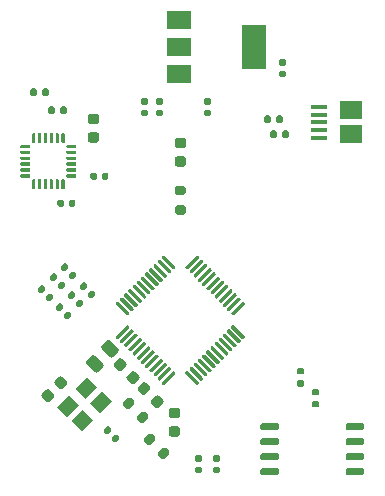
<source format=gbr>
%TF.GenerationSoftware,KiCad,Pcbnew,(5.1.8)-1*%
%TF.CreationDate,2021-05-13T19:04:10-07:00*%
%TF.ProjectId,Astromech3.0,41737472-6f6d-4656-9368-332e302e6b69,rev?*%
%TF.SameCoordinates,Original*%
%TF.FileFunction,Paste,Top*%
%TF.FilePolarity,Positive*%
%FSLAX46Y46*%
G04 Gerber Fmt 4.6, Leading zero omitted, Abs format (unit mm)*
G04 Created by KiCad (PCBNEW (5.1.8)-1) date 2021-05-13 19:04:10*
%MOMM*%
%LPD*%
G01*
G04 APERTURE LIST*
%ADD10R,1.900000X1.500000*%
%ADD11R,1.350000X0.400000*%
%ADD12R,2.000000X3.800000*%
%ADD13R,2.000000X1.500000*%
%ADD14C,0.100000*%
G04 APERTURE END LIST*
%TO.C,R4*%
G36*
G01*
X155180000Y-62161000D02*
X155180000Y-61791000D01*
G75*
G02*
X155315000Y-61656000I135000J0D01*
G01*
X155585000Y-61656000D01*
G75*
G02*
X155720000Y-61791000I0J-135000D01*
G01*
X155720000Y-62161000D01*
G75*
G02*
X155585000Y-62296000I-135000J0D01*
G01*
X155315000Y-62296000D01*
G75*
G02*
X155180000Y-62161000I0J135000D01*
G01*
G37*
G36*
G01*
X154160000Y-62161000D02*
X154160000Y-61791000D01*
G75*
G02*
X154295000Y-61656000I135000J0D01*
G01*
X154565000Y-61656000D01*
G75*
G02*
X154700000Y-61791000I0J-135000D01*
G01*
X154700000Y-62161000D01*
G75*
G02*
X154565000Y-62296000I-135000J0D01*
G01*
X154295000Y-62296000D01*
G75*
G02*
X154160000Y-62161000I0J135000D01*
G01*
G37*
%TD*%
%TO.C,C15*%
G36*
G01*
X157026000Y-71204000D02*
X157026000Y-71544000D01*
G75*
G02*
X156886000Y-71684000I-140000J0D01*
G01*
X156606000Y-71684000D01*
G75*
G02*
X156466000Y-71544000I0J140000D01*
G01*
X156466000Y-71204000D01*
G75*
G02*
X156606000Y-71064000I140000J0D01*
G01*
X156886000Y-71064000D01*
G75*
G02*
X157026000Y-71204000I0J-140000D01*
G01*
G37*
G36*
G01*
X157986000Y-71204000D02*
X157986000Y-71544000D01*
G75*
G02*
X157846000Y-71684000I-140000J0D01*
G01*
X157566000Y-71684000D01*
G75*
G02*
X157426000Y-71544000I0J140000D01*
G01*
X157426000Y-71204000D01*
G75*
G02*
X157566000Y-71064000I140000J0D01*
G01*
X157846000Y-71064000D01*
G75*
G02*
X157986000Y-71204000I0J-140000D01*
G01*
G37*
%TD*%
%TO.C,R6*%
G36*
G01*
X167153000Y-72345000D02*
X166603000Y-72345000D01*
G75*
G02*
X166403000Y-72145000I0J200000D01*
G01*
X166403000Y-71745000D01*
G75*
G02*
X166603000Y-71545000I200000J0D01*
G01*
X167153000Y-71545000D01*
G75*
G02*
X167353000Y-71745000I0J-200000D01*
G01*
X167353000Y-72145000D01*
G75*
G02*
X167153000Y-72345000I-200000J0D01*
G01*
G37*
G36*
G01*
X167153000Y-70695000D02*
X166603000Y-70695000D01*
G75*
G02*
X166403000Y-70495000I0J200000D01*
G01*
X166403000Y-70095000D01*
G75*
G02*
X166603000Y-69895000I200000J0D01*
G01*
X167153000Y-69895000D01*
G75*
G02*
X167353000Y-70095000I0J-200000D01*
G01*
X167353000Y-70495000D01*
G75*
G02*
X167153000Y-70695000I-200000J0D01*
G01*
G37*
%TD*%
%TO.C,C13*%
G36*
G01*
X159820000Y-68918000D02*
X159820000Y-69258000D01*
G75*
G02*
X159680000Y-69398000I-140000J0D01*
G01*
X159400000Y-69398000D01*
G75*
G02*
X159260000Y-69258000I0J140000D01*
G01*
X159260000Y-68918000D01*
G75*
G02*
X159400000Y-68778000I140000J0D01*
G01*
X159680000Y-68778000D01*
G75*
G02*
X159820000Y-68918000I0J-140000D01*
G01*
G37*
G36*
G01*
X160780000Y-68918000D02*
X160780000Y-69258000D01*
G75*
G02*
X160640000Y-69398000I-140000J0D01*
G01*
X160360000Y-69398000D01*
G75*
G02*
X160220000Y-69258000I0J140000D01*
G01*
X160220000Y-68918000D01*
G75*
G02*
X160360000Y-68778000I140000J0D01*
G01*
X160640000Y-68778000D01*
G75*
G02*
X160780000Y-68918000I0J-140000D01*
G01*
G37*
%TD*%
%TO.C,C19*%
G36*
G01*
X170096000Y-93272000D02*
X169756000Y-93272000D01*
G75*
G02*
X169616000Y-93132000I0J140000D01*
G01*
X169616000Y-92852000D01*
G75*
G02*
X169756000Y-92712000I140000J0D01*
G01*
X170096000Y-92712000D01*
G75*
G02*
X170236000Y-92852000I0J-140000D01*
G01*
X170236000Y-93132000D01*
G75*
G02*
X170096000Y-93272000I-140000J0D01*
G01*
G37*
G36*
G01*
X170096000Y-94232000D02*
X169756000Y-94232000D01*
G75*
G02*
X169616000Y-94092000I0J140000D01*
G01*
X169616000Y-93812000D01*
G75*
G02*
X169756000Y-93672000I140000J0D01*
G01*
X170096000Y-93672000D01*
G75*
G02*
X170236000Y-93812000I0J-140000D01*
G01*
X170236000Y-94092000D01*
G75*
G02*
X170096000Y-94232000I-140000J0D01*
G01*
G37*
%TD*%
%TO.C,C18*%
G36*
G01*
X168572000Y-93272000D02*
X168232000Y-93272000D01*
G75*
G02*
X168092000Y-93132000I0J140000D01*
G01*
X168092000Y-92852000D01*
G75*
G02*
X168232000Y-92712000I140000J0D01*
G01*
X168572000Y-92712000D01*
G75*
G02*
X168712000Y-92852000I0J-140000D01*
G01*
X168712000Y-93132000D01*
G75*
G02*
X168572000Y-93272000I-140000J0D01*
G01*
G37*
G36*
G01*
X168572000Y-94232000D02*
X168232000Y-94232000D01*
G75*
G02*
X168092000Y-94092000I0J140000D01*
G01*
X168092000Y-93812000D01*
G75*
G02*
X168232000Y-93672000I140000J0D01*
G01*
X168572000Y-93672000D01*
G75*
G02*
X168712000Y-93812000I0J-140000D01*
G01*
X168712000Y-94092000D01*
G75*
G02*
X168572000Y-94232000I-140000J0D01*
G01*
G37*
%TD*%
%TO.C,C12*%
G36*
G01*
X175684000Y-59744000D02*
X175344000Y-59744000D01*
G75*
G02*
X175204000Y-59604000I0J140000D01*
G01*
X175204000Y-59324000D01*
G75*
G02*
X175344000Y-59184000I140000J0D01*
G01*
X175684000Y-59184000D01*
G75*
G02*
X175824000Y-59324000I0J-140000D01*
G01*
X175824000Y-59604000D01*
G75*
G02*
X175684000Y-59744000I-140000J0D01*
G01*
G37*
G36*
G01*
X175684000Y-60704000D02*
X175344000Y-60704000D01*
G75*
G02*
X175204000Y-60564000I0J140000D01*
G01*
X175204000Y-60284000D01*
G75*
G02*
X175344000Y-60144000I140000J0D01*
G01*
X175684000Y-60144000D01*
G75*
G02*
X175824000Y-60284000I0J-140000D01*
G01*
X175824000Y-60564000D01*
G75*
G02*
X175684000Y-60704000I-140000J0D01*
G01*
G37*
%TD*%
%TO.C,C11*%
G36*
G01*
X163660000Y-63446000D02*
X164000000Y-63446000D01*
G75*
G02*
X164140000Y-63586000I0J-140000D01*
G01*
X164140000Y-63866000D01*
G75*
G02*
X164000000Y-64006000I-140000J0D01*
G01*
X163660000Y-64006000D01*
G75*
G02*
X163520000Y-63866000I0J140000D01*
G01*
X163520000Y-63586000D01*
G75*
G02*
X163660000Y-63446000I140000J0D01*
G01*
G37*
G36*
G01*
X163660000Y-62486000D02*
X164000000Y-62486000D01*
G75*
G02*
X164140000Y-62626000I0J-140000D01*
G01*
X164140000Y-62906000D01*
G75*
G02*
X164000000Y-63046000I-140000J0D01*
G01*
X163660000Y-63046000D01*
G75*
G02*
X163520000Y-62906000I0J140000D01*
G01*
X163520000Y-62626000D01*
G75*
G02*
X163660000Y-62486000I140000J0D01*
G01*
G37*
%TD*%
%TO.C,C8*%
G36*
G01*
X168994000Y-63446000D02*
X169334000Y-63446000D01*
G75*
G02*
X169474000Y-63586000I0J-140000D01*
G01*
X169474000Y-63866000D01*
G75*
G02*
X169334000Y-64006000I-140000J0D01*
G01*
X168994000Y-64006000D01*
G75*
G02*
X168854000Y-63866000I0J140000D01*
G01*
X168854000Y-63586000D01*
G75*
G02*
X168994000Y-63446000I140000J0D01*
G01*
G37*
G36*
G01*
X168994000Y-62486000D02*
X169334000Y-62486000D01*
G75*
G02*
X169474000Y-62626000I0J-140000D01*
G01*
X169474000Y-62906000D01*
G75*
G02*
X169334000Y-63046000I-140000J0D01*
G01*
X168994000Y-63046000D01*
G75*
G02*
X168854000Y-62906000I0J140000D01*
G01*
X168854000Y-62626000D01*
G75*
G02*
X168994000Y-62486000I140000J0D01*
G01*
G37*
%TD*%
%TO.C,C17*%
G36*
G01*
X164930000Y-63446000D02*
X165270000Y-63446000D01*
G75*
G02*
X165410000Y-63586000I0J-140000D01*
G01*
X165410000Y-63866000D01*
G75*
G02*
X165270000Y-64006000I-140000J0D01*
G01*
X164930000Y-64006000D01*
G75*
G02*
X164790000Y-63866000I0J140000D01*
G01*
X164790000Y-63586000D01*
G75*
G02*
X164930000Y-63446000I140000J0D01*
G01*
G37*
G36*
G01*
X164930000Y-62486000D02*
X165270000Y-62486000D01*
G75*
G02*
X165410000Y-62626000I0J-140000D01*
G01*
X165410000Y-62906000D01*
G75*
G02*
X165270000Y-63046000I-140000J0D01*
G01*
X164930000Y-63046000D01*
G75*
G02*
X164790000Y-62906000I0J140000D01*
G01*
X164790000Y-62626000D01*
G75*
G02*
X164930000Y-62486000I140000J0D01*
G01*
G37*
%TD*%
%TO.C,U1*%
G36*
G01*
X161521666Y-82853312D02*
X161415600Y-82747246D01*
G75*
G02*
X161415600Y-82641180I53033J53033D01*
G01*
X162352516Y-81704264D01*
G75*
G02*
X162458582Y-81704264I53033J-53033D01*
G01*
X162564648Y-81810330D01*
G75*
G02*
X162564648Y-81916396I-53033J-53033D01*
G01*
X161627732Y-82853312D01*
G75*
G02*
X161521666Y-82853312I-53033J53033D01*
G01*
G37*
G36*
G01*
X161875220Y-83206866D02*
X161769154Y-83100800D01*
G75*
G02*
X161769154Y-82994734I53033J53033D01*
G01*
X162706070Y-82057818D01*
G75*
G02*
X162812136Y-82057818I53033J-53033D01*
G01*
X162918202Y-82163884D01*
G75*
G02*
X162918202Y-82269950I-53033J-53033D01*
G01*
X161981286Y-83206866D01*
G75*
G02*
X161875220Y-83206866I-53033J53033D01*
G01*
G37*
G36*
G01*
X162228773Y-83560419D02*
X162122707Y-83454353D01*
G75*
G02*
X162122707Y-83348287I53033J53033D01*
G01*
X163059623Y-82411371D01*
G75*
G02*
X163165689Y-82411371I53033J-53033D01*
G01*
X163271755Y-82517437D01*
G75*
G02*
X163271755Y-82623503I-53033J-53033D01*
G01*
X162334839Y-83560419D01*
G75*
G02*
X162228773Y-83560419I-53033J53033D01*
G01*
G37*
G36*
G01*
X162582327Y-83913973D02*
X162476261Y-83807907D01*
G75*
G02*
X162476261Y-83701841I53033J53033D01*
G01*
X163413177Y-82764925D01*
G75*
G02*
X163519243Y-82764925I53033J-53033D01*
G01*
X163625309Y-82870991D01*
G75*
G02*
X163625309Y-82977057I-53033J-53033D01*
G01*
X162688393Y-83913973D01*
G75*
G02*
X162582327Y-83913973I-53033J53033D01*
G01*
G37*
G36*
G01*
X162935880Y-84267526D02*
X162829814Y-84161460D01*
G75*
G02*
X162829814Y-84055394I53033J53033D01*
G01*
X163766730Y-83118478D01*
G75*
G02*
X163872796Y-83118478I53033J-53033D01*
G01*
X163978862Y-83224544D01*
G75*
G02*
X163978862Y-83330610I-53033J-53033D01*
G01*
X163041946Y-84267526D01*
G75*
G02*
X162935880Y-84267526I-53033J53033D01*
G01*
G37*
G36*
G01*
X163289433Y-84621079D02*
X163183367Y-84515013D01*
G75*
G02*
X163183367Y-84408947I53033J53033D01*
G01*
X164120283Y-83472031D01*
G75*
G02*
X164226349Y-83472031I53033J-53033D01*
G01*
X164332415Y-83578097D01*
G75*
G02*
X164332415Y-83684163I-53033J-53033D01*
G01*
X163395499Y-84621079D01*
G75*
G02*
X163289433Y-84621079I-53033J53033D01*
G01*
G37*
G36*
G01*
X163642987Y-84974633D02*
X163536921Y-84868567D01*
G75*
G02*
X163536921Y-84762501I53033J53033D01*
G01*
X164473837Y-83825585D01*
G75*
G02*
X164579903Y-83825585I53033J-53033D01*
G01*
X164685969Y-83931651D01*
G75*
G02*
X164685969Y-84037717I-53033J-53033D01*
G01*
X163749053Y-84974633D01*
G75*
G02*
X163642987Y-84974633I-53033J53033D01*
G01*
G37*
G36*
G01*
X163996540Y-85328186D02*
X163890474Y-85222120D01*
G75*
G02*
X163890474Y-85116054I53033J53033D01*
G01*
X164827390Y-84179138D01*
G75*
G02*
X164933456Y-84179138I53033J-53033D01*
G01*
X165039522Y-84285204D01*
G75*
G02*
X165039522Y-84391270I-53033J-53033D01*
G01*
X164102606Y-85328186D01*
G75*
G02*
X163996540Y-85328186I-53033J53033D01*
G01*
G37*
G36*
G01*
X164350093Y-85681739D02*
X164244027Y-85575673D01*
G75*
G02*
X164244027Y-85469607I53033J53033D01*
G01*
X165180943Y-84532691D01*
G75*
G02*
X165287009Y-84532691I53033J-53033D01*
G01*
X165393075Y-84638757D01*
G75*
G02*
X165393075Y-84744823I-53033J-53033D01*
G01*
X164456159Y-85681739D01*
G75*
G02*
X164350093Y-85681739I-53033J53033D01*
G01*
G37*
G36*
G01*
X164703647Y-86035293D02*
X164597581Y-85929227D01*
G75*
G02*
X164597581Y-85823161I53033J53033D01*
G01*
X165534497Y-84886245D01*
G75*
G02*
X165640563Y-84886245I53033J-53033D01*
G01*
X165746629Y-84992311D01*
G75*
G02*
X165746629Y-85098377I-53033J-53033D01*
G01*
X164809713Y-86035293D01*
G75*
G02*
X164703647Y-86035293I-53033J53033D01*
G01*
G37*
G36*
G01*
X165057200Y-86388846D02*
X164951134Y-86282780D01*
G75*
G02*
X164951134Y-86176714I53033J53033D01*
G01*
X165888050Y-85239798D01*
G75*
G02*
X165994116Y-85239798I53033J-53033D01*
G01*
X166100182Y-85345864D01*
G75*
G02*
X166100182Y-85451930I-53033J-53033D01*
G01*
X165163266Y-86388846D01*
G75*
G02*
X165057200Y-86388846I-53033J53033D01*
G01*
G37*
G36*
G01*
X165410754Y-86742400D02*
X165304688Y-86636334D01*
G75*
G02*
X165304688Y-86530268I53033J53033D01*
G01*
X166241604Y-85593352D01*
G75*
G02*
X166347670Y-85593352I53033J-53033D01*
G01*
X166453736Y-85699418D01*
G75*
G02*
X166453736Y-85805484I-53033J-53033D01*
G01*
X165516820Y-86742400D01*
G75*
G02*
X165410754Y-86742400I-53033J53033D01*
G01*
G37*
G36*
G01*
X168239180Y-86742400D02*
X167302264Y-85805484D01*
G75*
G02*
X167302264Y-85699418I53033J53033D01*
G01*
X167408330Y-85593352D01*
G75*
G02*
X167514396Y-85593352I53033J-53033D01*
G01*
X168451312Y-86530268D01*
G75*
G02*
X168451312Y-86636334I-53033J-53033D01*
G01*
X168345246Y-86742400D01*
G75*
G02*
X168239180Y-86742400I-53033J53033D01*
G01*
G37*
G36*
G01*
X168592734Y-86388846D02*
X167655818Y-85451930D01*
G75*
G02*
X167655818Y-85345864I53033J53033D01*
G01*
X167761884Y-85239798D01*
G75*
G02*
X167867950Y-85239798I53033J-53033D01*
G01*
X168804866Y-86176714D01*
G75*
G02*
X168804866Y-86282780I-53033J-53033D01*
G01*
X168698800Y-86388846D01*
G75*
G02*
X168592734Y-86388846I-53033J53033D01*
G01*
G37*
G36*
G01*
X168946287Y-86035293D02*
X168009371Y-85098377D01*
G75*
G02*
X168009371Y-84992311I53033J53033D01*
G01*
X168115437Y-84886245D01*
G75*
G02*
X168221503Y-84886245I53033J-53033D01*
G01*
X169158419Y-85823161D01*
G75*
G02*
X169158419Y-85929227I-53033J-53033D01*
G01*
X169052353Y-86035293D01*
G75*
G02*
X168946287Y-86035293I-53033J53033D01*
G01*
G37*
G36*
G01*
X169299841Y-85681739D02*
X168362925Y-84744823D01*
G75*
G02*
X168362925Y-84638757I53033J53033D01*
G01*
X168468991Y-84532691D01*
G75*
G02*
X168575057Y-84532691I53033J-53033D01*
G01*
X169511973Y-85469607D01*
G75*
G02*
X169511973Y-85575673I-53033J-53033D01*
G01*
X169405907Y-85681739D01*
G75*
G02*
X169299841Y-85681739I-53033J53033D01*
G01*
G37*
G36*
G01*
X169653394Y-85328186D02*
X168716478Y-84391270D01*
G75*
G02*
X168716478Y-84285204I53033J53033D01*
G01*
X168822544Y-84179138D01*
G75*
G02*
X168928610Y-84179138I53033J-53033D01*
G01*
X169865526Y-85116054D01*
G75*
G02*
X169865526Y-85222120I-53033J-53033D01*
G01*
X169759460Y-85328186D01*
G75*
G02*
X169653394Y-85328186I-53033J53033D01*
G01*
G37*
G36*
G01*
X170006947Y-84974633D02*
X169070031Y-84037717D01*
G75*
G02*
X169070031Y-83931651I53033J53033D01*
G01*
X169176097Y-83825585D01*
G75*
G02*
X169282163Y-83825585I53033J-53033D01*
G01*
X170219079Y-84762501D01*
G75*
G02*
X170219079Y-84868567I-53033J-53033D01*
G01*
X170113013Y-84974633D01*
G75*
G02*
X170006947Y-84974633I-53033J53033D01*
G01*
G37*
G36*
G01*
X170360501Y-84621079D02*
X169423585Y-83684163D01*
G75*
G02*
X169423585Y-83578097I53033J53033D01*
G01*
X169529651Y-83472031D01*
G75*
G02*
X169635717Y-83472031I53033J-53033D01*
G01*
X170572633Y-84408947D01*
G75*
G02*
X170572633Y-84515013I-53033J-53033D01*
G01*
X170466567Y-84621079D01*
G75*
G02*
X170360501Y-84621079I-53033J53033D01*
G01*
G37*
G36*
G01*
X170714054Y-84267526D02*
X169777138Y-83330610D01*
G75*
G02*
X169777138Y-83224544I53033J53033D01*
G01*
X169883204Y-83118478D01*
G75*
G02*
X169989270Y-83118478I53033J-53033D01*
G01*
X170926186Y-84055394D01*
G75*
G02*
X170926186Y-84161460I-53033J-53033D01*
G01*
X170820120Y-84267526D01*
G75*
G02*
X170714054Y-84267526I-53033J53033D01*
G01*
G37*
G36*
G01*
X171067607Y-83913973D02*
X170130691Y-82977057D01*
G75*
G02*
X170130691Y-82870991I53033J53033D01*
G01*
X170236757Y-82764925D01*
G75*
G02*
X170342823Y-82764925I53033J-53033D01*
G01*
X171279739Y-83701841D01*
G75*
G02*
X171279739Y-83807907I-53033J-53033D01*
G01*
X171173673Y-83913973D01*
G75*
G02*
X171067607Y-83913973I-53033J53033D01*
G01*
G37*
G36*
G01*
X171421161Y-83560419D02*
X170484245Y-82623503D01*
G75*
G02*
X170484245Y-82517437I53033J53033D01*
G01*
X170590311Y-82411371D01*
G75*
G02*
X170696377Y-82411371I53033J-53033D01*
G01*
X171633293Y-83348287D01*
G75*
G02*
X171633293Y-83454353I-53033J-53033D01*
G01*
X171527227Y-83560419D01*
G75*
G02*
X171421161Y-83560419I-53033J53033D01*
G01*
G37*
G36*
G01*
X171774714Y-83206866D02*
X170837798Y-82269950D01*
G75*
G02*
X170837798Y-82163884I53033J53033D01*
G01*
X170943864Y-82057818D01*
G75*
G02*
X171049930Y-82057818I53033J-53033D01*
G01*
X171986846Y-82994734D01*
G75*
G02*
X171986846Y-83100800I-53033J-53033D01*
G01*
X171880780Y-83206866D01*
G75*
G02*
X171774714Y-83206866I-53033J53033D01*
G01*
G37*
G36*
G01*
X172128268Y-82853312D02*
X171191352Y-81916396D01*
G75*
G02*
X171191352Y-81810330I53033J53033D01*
G01*
X171297418Y-81704264D01*
G75*
G02*
X171403484Y-81704264I53033J-53033D01*
G01*
X172340400Y-82641180D01*
G75*
G02*
X172340400Y-82747246I-53033J-53033D01*
G01*
X172234334Y-82853312D01*
G75*
G02*
X172128268Y-82853312I-53033J53033D01*
G01*
G37*
G36*
G01*
X171297418Y-80855736D02*
X171191352Y-80749670D01*
G75*
G02*
X171191352Y-80643604I53033J53033D01*
G01*
X172128268Y-79706688D01*
G75*
G02*
X172234334Y-79706688I53033J-53033D01*
G01*
X172340400Y-79812754D01*
G75*
G02*
X172340400Y-79918820I-53033J-53033D01*
G01*
X171403484Y-80855736D01*
G75*
G02*
X171297418Y-80855736I-53033J53033D01*
G01*
G37*
G36*
G01*
X170943864Y-80502182D02*
X170837798Y-80396116D01*
G75*
G02*
X170837798Y-80290050I53033J53033D01*
G01*
X171774714Y-79353134D01*
G75*
G02*
X171880780Y-79353134I53033J-53033D01*
G01*
X171986846Y-79459200D01*
G75*
G02*
X171986846Y-79565266I-53033J-53033D01*
G01*
X171049930Y-80502182D01*
G75*
G02*
X170943864Y-80502182I-53033J53033D01*
G01*
G37*
G36*
G01*
X170590311Y-80148629D02*
X170484245Y-80042563D01*
G75*
G02*
X170484245Y-79936497I53033J53033D01*
G01*
X171421161Y-78999581D01*
G75*
G02*
X171527227Y-78999581I53033J-53033D01*
G01*
X171633293Y-79105647D01*
G75*
G02*
X171633293Y-79211713I-53033J-53033D01*
G01*
X170696377Y-80148629D01*
G75*
G02*
X170590311Y-80148629I-53033J53033D01*
G01*
G37*
G36*
G01*
X170236757Y-79795075D02*
X170130691Y-79689009D01*
G75*
G02*
X170130691Y-79582943I53033J53033D01*
G01*
X171067607Y-78646027D01*
G75*
G02*
X171173673Y-78646027I53033J-53033D01*
G01*
X171279739Y-78752093D01*
G75*
G02*
X171279739Y-78858159I-53033J-53033D01*
G01*
X170342823Y-79795075D01*
G75*
G02*
X170236757Y-79795075I-53033J53033D01*
G01*
G37*
G36*
G01*
X169883204Y-79441522D02*
X169777138Y-79335456D01*
G75*
G02*
X169777138Y-79229390I53033J53033D01*
G01*
X170714054Y-78292474D01*
G75*
G02*
X170820120Y-78292474I53033J-53033D01*
G01*
X170926186Y-78398540D01*
G75*
G02*
X170926186Y-78504606I-53033J-53033D01*
G01*
X169989270Y-79441522D01*
G75*
G02*
X169883204Y-79441522I-53033J53033D01*
G01*
G37*
G36*
G01*
X169529651Y-79087969D02*
X169423585Y-78981903D01*
G75*
G02*
X169423585Y-78875837I53033J53033D01*
G01*
X170360501Y-77938921D01*
G75*
G02*
X170466567Y-77938921I53033J-53033D01*
G01*
X170572633Y-78044987D01*
G75*
G02*
X170572633Y-78151053I-53033J-53033D01*
G01*
X169635717Y-79087969D01*
G75*
G02*
X169529651Y-79087969I-53033J53033D01*
G01*
G37*
G36*
G01*
X169176097Y-78734415D02*
X169070031Y-78628349D01*
G75*
G02*
X169070031Y-78522283I53033J53033D01*
G01*
X170006947Y-77585367D01*
G75*
G02*
X170113013Y-77585367I53033J-53033D01*
G01*
X170219079Y-77691433D01*
G75*
G02*
X170219079Y-77797499I-53033J-53033D01*
G01*
X169282163Y-78734415D01*
G75*
G02*
X169176097Y-78734415I-53033J53033D01*
G01*
G37*
G36*
G01*
X168822544Y-78380862D02*
X168716478Y-78274796D01*
G75*
G02*
X168716478Y-78168730I53033J53033D01*
G01*
X169653394Y-77231814D01*
G75*
G02*
X169759460Y-77231814I53033J-53033D01*
G01*
X169865526Y-77337880D01*
G75*
G02*
X169865526Y-77443946I-53033J-53033D01*
G01*
X168928610Y-78380862D01*
G75*
G02*
X168822544Y-78380862I-53033J53033D01*
G01*
G37*
G36*
G01*
X168468991Y-78027309D02*
X168362925Y-77921243D01*
G75*
G02*
X168362925Y-77815177I53033J53033D01*
G01*
X169299841Y-76878261D01*
G75*
G02*
X169405907Y-76878261I53033J-53033D01*
G01*
X169511973Y-76984327D01*
G75*
G02*
X169511973Y-77090393I-53033J-53033D01*
G01*
X168575057Y-78027309D01*
G75*
G02*
X168468991Y-78027309I-53033J53033D01*
G01*
G37*
G36*
G01*
X168115437Y-77673755D02*
X168009371Y-77567689D01*
G75*
G02*
X168009371Y-77461623I53033J53033D01*
G01*
X168946287Y-76524707D01*
G75*
G02*
X169052353Y-76524707I53033J-53033D01*
G01*
X169158419Y-76630773D01*
G75*
G02*
X169158419Y-76736839I-53033J-53033D01*
G01*
X168221503Y-77673755D01*
G75*
G02*
X168115437Y-77673755I-53033J53033D01*
G01*
G37*
G36*
G01*
X167761884Y-77320202D02*
X167655818Y-77214136D01*
G75*
G02*
X167655818Y-77108070I53033J53033D01*
G01*
X168592734Y-76171154D01*
G75*
G02*
X168698800Y-76171154I53033J-53033D01*
G01*
X168804866Y-76277220D01*
G75*
G02*
X168804866Y-76383286I-53033J-53033D01*
G01*
X167867950Y-77320202D01*
G75*
G02*
X167761884Y-77320202I-53033J53033D01*
G01*
G37*
G36*
G01*
X167408330Y-76966648D02*
X167302264Y-76860582D01*
G75*
G02*
X167302264Y-76754516I53033J53033D01*
G01*
X168239180Y-75817600D01*
G75*
G02*
X168345246Y-75817600I53033J-53033D01*
G01*
X168451312Y-75923666D01*
G75*
G02*
X168451312Y-76029732I-53033J-53033D01*
G01*
X167514396Y-76966648D01*
G75*
G02*
X167408330Y-76966648I-53033J53033D01*
G01*
G37*
G36*
G01*
X166241604Y-76966648D02*
X165304688Y-76029732D01*
G75*
G02*
X165304688Y-75923666I53033J53033D01*
G01*
X165410754Y-75817600D01*
G75*
G02*
X165516820Y-75817600I53033J-53033D01*
G01*
X166453736Y-76754516D01*
G75*
G02*
X166453736Y-76860582I-53033J-53033D01*
G01*
X166347670Y-76966648D01*
G75*
G02*
X166241604Y-76966648I-53033J53033D01*
G01*
G37*
G36*
G01*
X165888050Y-77320202D02*
X164951134Y-76383286D01*
G75*
G02*
X164951134Y-76277220I53033J53033D01*
G01*
X165057200Y-76171154D01*
G75*
G02*
X165163266Y-76171154I53033J-53033D01*
G01*
X166100182Y-77108070D01*
G75*
G02*
X166100182Y-77214136I-53033J-53033D01*
G01*
X165994116Y-77320202D01*
G75*
G02*
X165888050Y-77320202I-53033J53033D01*
G01*
G37*
G36*
G01*
X165534497Y-77673755D02*
X164597581Y-76736839D01*
G75*
G02*
X164597581Y-76630773I53033J53033D01*
G01*
X164703647Y-76524707D01*
G75*
G02*
X164809713Y-76524707I53033J-53033D01*
G01*
X165746629Y-77461623D01*
G75*
G02*
X165746629Y-77567689I-53033J-53033D01*
G01*
X165640563Y-77673755D01*
G75*
G02*
X165534497Y-77673755I-53033J53033D01*
G01*
G37*
G36*
G01*
X165180943Y-78027309D02*
X164244027Y-77090393D01*
G75*
G02*
X164244027Y-76984327I53033J53033D01*
G01*
X164350093Y-76878261D01*
G75*
G02*
X164456159Y-76878261I53033J-53033D01*
G01*
X165393075Y-77815177D01*
G75*
G02*
X165393075Y-77921243I-53033J-53033D01*
G01*
X165287009Y-78027309D01*
G75*
G02*
X165180943Y-78027309I-53033J53033D01*
G01*
G37*
G36*
G01*
X164827390Y-78380862D02*
X163890474Y-77443946D01*
G75*
G02*
X163890474Y-77337880I53033J53033D01*
G01*
X163996540Y-77231814D01*
G75*
G02*
X164102606Y-77231814I53033J-53033D01*
G01*
X165039522Y-78168730D01*
G75*
G02*
X165039522Y-78274796I-53033J-53033D01*
G01*
X164933456Y-78380862D01*
G75*
G02*
X164827390Y-78380862I-53033J53033D01*
G01*
G37*
G36*
G01*
X164473837Y-78734415D02*
X163536921Y-77797499D01*
G75*
G02*
X163536921Y-77691433I53033J53033D01*
G01*
X163642987Y-77585367D01*
G75*
G02*
X163749053Y-77585367I53033J-53033D01*
G01*
X164685969Y-78522283D01*
G75*
G02*
X164685969Y-78628349I-53033J-53033D01*
G01*
X164579903Y-78734415D01*
G75*
G02*
X164473837Y-78734415I-53033J53033D01*
G01*
G37*
G36*
G01*
X164120283Y-79087969D02*
X163183367Y-78151053D01*
G75*
G02*
X163183367Y-78044987I53033J53033D01*
G01*
X163289433Y-77938921D01*
G75*
G02*
X163395499Y-77938921I53033J-53033D01*
G01*
X164332415Y-78875837D01*
G75*
G02*
X164332415Y-78981903I-53033J-53033D01*
G01*
X164226349Y-79087969D01*
G75*
G02*
X164120283Y-79087969I-53033J53033D01*
G01*
G37*
G36*
G01*
X163766730Y-79441522D02*
X162829814Y-78504606D01*
G75*
G02*
X162829814Y-78398540I53033J53033D01*
G01*
X162935880Y-78292474D01*
G75*
G02*
X163041946Y-78292474I53033J-53033D01*
G01*
X163978862Y-79229390D01*
G75*
G02*
X163978862Y-79335456I-53033J-53033D01*
G01*
X163872796Y-79441522D01*
G75*
G02*
X163766730Y-79441522I-53033J53033D01*
G01*
G37*
G36*
G01*
X163413177Y-79795075D02*
X162476261Y-78858159D01*
G75*
G02*
X162476261Y-78752093I53033J53033D01*
G01*
X162582327Y-78646027D01*
G75*
G02*
X162688393Y-78646027I53033J-53033D01*
G01*
X163625309Y-79582943D01*
G75*
G02*
X163625309Y-79689009I-53033J-53033D01*
G01*
X163519243Y-79795075D01*
G75*
G02*
X163413177Y-79795075I-53033J53033D01*
G01*
G37*
G36*
G01*
X163059623Y-80148629D02*
X162122707Y-79211713D01*
G75*
G02*
X162122707Y-79105647I53033J53033D01*
G01*
X162228773Y-78999581D01*
G75*
G02*
X162334839Y-78999581I53033J-53033D01*
G01*
X163271755Y-79936497D01*
G75*
G02*
X163271755Y-80042563I-53033J-53033D01*
G01*
X163165689Y-80148629D01*
G75*
G02*
X163059623Y-80148629I-53033J53033D01*
G01*
G37*
G36*
G01*
X162706070Y-80502182D02*
X161769154Y-79565266D01*
G75*
G02*
X161769154Y-79459200I53033J53033D01*
G01*
X161875220Y-79353134D01*
G75*
G02*
X161981286Y-79353134I53033J-53033D01*
G01*
X162918202Y-80290050D01*
G75*
G02*
X162918202Y-80396116I-53033J-53033D01*
G01*
X162812136Y-80502182D01*
G75*
G02*
X162706070Y-80502182I-53033J53033D01*
G01*
G37*
G36*
G01*
X162352516Y-80855736D02*
X161415600Y-79918820D01*
G75*
G02*
X161415600Y-79812754I53033J53033D01*
G01*
X161521666Y-79706688D01*
G75*
G02*
X161627732Y-79706688I53033J-53033D01*
G01*
X162564648Y-80643604D01*
G75*
G02*
X162564648Y-80749670I-53033J-53033D01*
G01*
X162458582Y-80855736D01*
G75*
G02*
X162352516Y-80855736I-53033J53033D01*
G01*
G37*
%TD*%
D10*
%TO.C,J3*%
X181323500Y-63516000D03*
D11*
X178623500Y-65166000D03*
X178623500Y-65816000D03*
X178623500Y-63216000D03*
X178623500Y-63866000D03*
X178623500Y-64516000D03*
D10*
X181323500Y-65516000D03*
%TD*%
%TO.C,U4*%
G36*
G01*
X173654000Y-90447000D02*
X173654000Y-90147000D01*
G75*
G02*
X173804000Y-89997000I150000J0D01*
G01*
X175104000Y-89997000D01*
G75*
G02*
X175254000Y-90147000I0J-150000D01*
G01*
X175254000Y-90447000D01*
G75*
G02*
X175104000Y-90597000I-150000J0D01*
G01*
X173804000Y-90597000D01*
G75*
G02*
X173654000Y-90447000I0J150000D01*
G01*
G37*
G36*
G01*
X173654000Y-91717000D02*
X173654000Y-91417000D01*
G75*
G02*
X173804000Y-91267000I150000J0D01*
G01*
X175104000Y-91267000D01*
G75*
G02*
X175254000Y-91417000I0J-150000D01*
G01*
X175254000Y-91717000D01*
G75*
G02*
X175104000Y-91867000I-150000J0D01*
G01*
X173804000Y-91867000D01*
G75*
G02*
X173654000Y-91717000I0J150000D01*
G01*
G37*
G36*
G01*
X173654000Y-92987000D02*
X173654000Y-92687000D01*
G75*
G02*
X173804000Y-92537000I150000J0D01*
G01*
X175104000Y-92537000D01*
G75*
G02*
X175254000Y-92687000I0J-150000D01*
G01*
X175254000Y-92987000D01*
G75*
G02*
X175104000Y-93137000I-150000J0D01*
G01*
X173804000Y-93137000D01*
G75*
G02*
X173654000Y-92987000I0J150000D01*
G01*
G37*
G36*
G01*
X173654000Y-94257000D02*
X173654000Y-93957000D01*
G75*
G02*
X173804000Y-93807000I150000J0D01*
G01*
X175104000Y-93807000D01*
G75*
G02*
X175254000Y-93957000I0J-150000D01*
G01*
X175254000Y-94257000D01*
G75*
G02*
X175104000Y-94407000I-150000J0D01*
G01*
X173804000Y-94407000D01*
G75*
G02*
X173654000Y-94257000I0J150000D01*
G01*
G37*
G36*
G01*
X180854000Y-94257000D02*
X180854000Y-93957000D01*
G75*
G02*
X181004000Y-93807000I150000J0D01*
G01*
X182304000Y-93807000D01*
G75*
G02*
X182454000Y-93957000I0J-150000D01*
G01*
X182454000Y-94257000D01*
G75*
G02*
X182304000Y-94407000I-150000J0D01*
G01*
X181004000Y-94407000D01*
G75*
G02*
X180854000Y-94257000I0J150000D01*
G01*
G37*
G36*
G01*
X180854000Y-92987000D02*
X180854000Y-92687000D01*
G75*
G02*
X181004000Y-92537000I150000J0D01*
G01*
X182304000Y-92537000D01*
G75*
G02*
X182454000Y-92687000I0J-150000D01*
G01*
X182454000Y-92987000D01*
G75*
G02*
X182304000Y-93137000I-150000J0D01*
G01*
X181004000Y-93137000D01*
G75*
G02*
X180854000Y-92987000I0J150000D01*
G01*
G37*
G36*
G01*
X180854000Y-91717000D02*
X180854000Y-91417000D01*
G75*
G02*
X181004000Y-91267000I150000J0D01*
G01*
X182304000Y-91267000D01*
G75*
G02*
X182454000Y-91417000I0J-150000D01*
G01*
X182454000Y-91717000D01*
G75*
G02*
X182304000Y-91867000I-150000J0D01*
G01*
X181004000Y-91867000D01*
G75*
G02*
X180854000Y-91717000I0J150000D01*
G01*
G37*
G36*
G01*
X180854000Y-90447000D02*
X180854000Y-90147000D01*
G75*
G02*
X181004000Y-89997000I150000J0D01*
G01*
X182304000Y-89997000D01*
G75*
G02*
X182454000Y-90147000I0J-150000D01*
G01*
X182454000Y-90447000D01*
G75*
G02*
X182304000Y-90597000I-150000J0D01*
G01*
X181004000Y-90597000D01*
G75*
G02*
X180854000Y-90447000I0J150000D01*
G01*
G37*
%TD*%
%TO.C,R9*%
G36*
G01*
X175500000Y-65717000D02*
X175500000Y-65347000D01*
G75*
G02*
X175635000Y-65212000I135000J0D01*
G01*
X175905000Y-65212000D01*
G75*
G02*
X176040000Y-65347000I0J-135000D01*
G01*
X176040000Y-65717000D01*
G75*
G02*
X175905000Y-65852000I-135000J0D01*
G01*
X175635000Y-65852000D01*
G75*
G02*
X175500000Y-65717000I0J135000D01*
G01*
G37*
G36*
G01*
X174480000Y-65717000D02*
X174480000Y-65347000D01*
G75*
G02*
X174615000Y-65212000I135000J0D01*
G01*
X174885000Y-65212000D01*
G75*
G02*
X175020000Y-65347000I0J-135000D01*
G01*
X175020000Y-65717000D01*
G75*
G02*
X174885000Y-65852000I-135000J0D01*
G01*
X174615000Y-65852000D01*
G75*
G02*
X174480000Y-65717000I0J135000D01*
G01*
G37*
%TD*%
%TO.C,R8*%
G36*
G01*
X174992000Y-64447000D02*
X174992000Y-64077000D01*
G75*
G02*
X175127000Y-63942000I135000J0D01*
G01*
X175397000Y-63942000D01*
G75*
G02*
X175532000Y-64077000I0J-135000D01*
G01*
X175532000Y-64447000D01*
G75*
G02*
X175397000Y-64582000I-135000J0D01*
G01*
X175127000Y-64582000D01*
G75*
G02*
X174992000Y-64447000I0J135000D01*
G01*
G37*
G36*
G01*
X173972000Y-64447000D02*
X173972000Y-64077000D01*
G75*
G02*
X174107000Y-63942000I135000J0D01*
G01*
X174377000Y-63942000D01*
G75*
G02*
X174512000Y-64077000I0J-135000D01*
G01*
X174512000Y-64447000D01*
G75*
G02*
X174377000Y-64582000I-135000J0D01*
G01*
X174107000Y-64582000D01*
G75*
G02*
X173972000Y-64447000I0J135000D01*
G01*
G37*
%TD*%
%TO.C,R3*%
G36*
G01*
X156704000Y-63685000D02*
X156704000Y-63315000D01*
G75*
G02*
X156839000Y-63180000I135000J0D01*
G01*
X157109000Y-63180000D01*
G75*
G02*
X157244000Y-63315000I0J-135000D01*
G01*
X157244000Y-63685000D01*
G75*
G02*
X157109000Y-63820000I-135000J0D01*
G01*
X156839000Y-63820000D01*
G75*
G02*
X156704000Y-63685000I0J135000D01*
G01*
G37*
G36*
G01*
X155684000Y-63685000D02*
X155684000Y-63315000D01*
G75*
G02*
X155819000Y-63180000I135000J0D01*
G01*
X156089000Y-63180000D01*
G75*
G02*
X156224000Y-63315000I0J-135000D01*
G01*
X156224000Y-63685000D01*
G75*
G02*
X156089000Y-63820000I-135000J0D01*
G01*
X155819000Y-63820000D01*
G75*
G02*
X155684000Y-63685000I0J135000D01*
G01*
G37*
%TD*%
%TO.C,R2*%
G36*
G01*
X178123000Y-88124000D02*
X178493000Y-88124000D01*
G75*
G02*
X178628000Y-88259000I0J-135000D01*
G01*
X178628000Y-88529000D01*
G75*
G02*
X178493000Y-88664000I-135000J0D01*
G01*
X178123000Y-88664000D01*
G75*
G02*
X177988000Y-88529000I0J135000D01*
G01*
X177988000Y-88259000D01*
G75*
G02*
X178123000Y-88124000I135000J0D01*
G01*
G37*
G36*
G01*
X178123000Y-87104000D02*
X178493000Y-87104000D01*
G75*
G02*
X178628000Y-87239000I0J-135000D01*
G01*
X178628000Y-87509000D01*
G75*
G02*
X178493000Y-87644000I-135000J0D01*
G01*
X178123000Y-87644000D01*
G75*
G02*
X177988000Y-87509000I0J135000D01*
G01*
X177988000Y-87239000D01*
G75*
G02*
X178123000Y-87104000I135000J0D01*
G01*
G37*
%TD*%
%TO.C,R1*%
G36*
G01*
X176853000Y-86348000D02*
X177223000Y-86348000D01*
G75*
G02*
X177358000Y-86483000I0J-135000D01*
G01*
X177358000Y-86753000D01*
G75*
G02*
X177223000Y-86888000I-135000J0D01*
G01*
X176853000Y-86888000D01*
G75*
G02*
X176718000Y-86753000I0J135000D01*
G01*
X176718000Y-86483000D01*
G75*
G02*
X176853000Y-86348000I135000J0D01*
G01*
G37*
G36*
G01*
X176853000Y-85328000D02*
X177223000Y-85328000D01*
G75*
G02*
X177358000Y-85463000I0J-135000D01*
G01*
X177358000Y-85733000D01*
G75*
G02*
X177223000Y-85868000I-135000J0D01*
G01*
X176853000Y-85868000D01*
G75*
G02*
X176718000Y-85733000I0J135000D01*
G01*
X176718000Y-85463000D01*
G75*
G02*
X176853000Y-85328000I135000J0D01*
G01*
G37*
%TD*%
%TO.C,C1*%
G36*
G01*
X154790391Y-78576807D02*
X155030807Y-78336391D01*
G75*
G02*
X155228797Y-78336391I98995J-98995D01*
G01*
X155426787Y-78534381D01*
G75*
G02*
X155426787Y-78732371I-98995J-98995D01*
G01*
X155186371Y-78972787D01*
G75*
G02*
X154988381Y-78972787I-98995J98995D01*
G01*
X154790391Y-78774797D01*
G75*
G02*
X154790391Y-78576807I98995J98995D01*
G01*
G37*
G36*
G01*
X155469213Y-79255629D02*
X155709629Y-79015213D01*
G75*
G02*
X155907619Y-79015213I98995J-98995D01*
G01*
X156105609Y-79213203D01*
G75*
G02*
X156105609Y-79411193I-98995J-98995D01*
G01*
X155865193Y-79651609D01*
G75*
G02*
X155667203Y-79651609I-98995J98995D01*
G01*
X155469213Y-79453619D01*
G75*
G02*
X155469213Y-79255629I98995J98995D01*
G01*
G37*
%TD*%
%TO.C,C2*%
G36*
G01*
X155520571Y-88164983D02*
X155167017Y-87811429D01*
G75*
G02*
X155167017Y-87493231I159099J159099D01*
G01*
X155485215Y-87175033D01*
G75*
G02*
X155803413Y-87175033I159099J-159099D01*
G01*
X156156967Y-87528587D01*
G75*
G02*
X156156967Y-87846785I-159099J-159099D01*
G01*
X155838769Y-88164983D01*
G75*
G02*
X155520571Y-88164983I-159099J159099D01*
G01*
G37*
G36*
G01*
X156616587Y-87068967D02*
X156263033Y-86715413D01*
G75*
G02*
X156263033Y-86397215I159099J159099D01*
G01*
X156581231Y-86079017D01*
G75*
G02*
X156899429Y-86079017I159099J-159099D01*
G01*
X157252983Y-86432571D01*
G75*
G02*
X157252983Y-86750769I-159099J-159099D01*
G01*
X156934785Y-87068967D01*
G75*
G02*
X156616587Y-87068967I-159099J159099D01*
G01*
G37*
%TD*%
%TO.C,C3*%
G36*
G01*
X163348983Y-86287429D02*
X162995429Y-86640983D01*
G75*
G02*
X162677231Y-86640983I-159099J159099D01*
G01*
X162359033Y-86322785D01*
G75*
G02*
X162359033Y-86004587I159099J159099D01*
G01*
X162712587Y-85651033D01*
G75*
G02*
X163030785Y-85651033I159099J-159099D01*
G01*
X163348983Y-85969231D01*
G75*
G02*
X163348983Y-86287429I-159099J-159099D01*
G01*
G37*
G36*
G01*
X162252967Y-85191413D02*
X161899413Y-85544967D01*
G75*
G02*
X161581215Y-85544967I-159099J159099D01*
G01*
X161263017Y-85226769D01*
G75*
G02*
X161263017Y-84908571I159099J159099D01*
G01*
X161616571Y-84555017D01*
G75*
G02*
X161934769Y-84555017I159099J-159099D01*
G01*
X162252967Y-84873215D01*
G75*
G02*
X162252967Y-85191413I-159099J-159099D01*
G01*
G37*
%TD*%
%TO.C,C4*%
G36*
G01*
X157966787Y-79240371D02*
X157726371Y-79480787D01*
G75*
G02*
X157528381Y-79480787I-98995J98995D01*
G01*
X157330391Y-79282797D01*
G75*
G02*
X157330391Y-79084807I98995J98995D01*
G01*
X157570807Y-78844391D01*
G75*
G02*
X157768797Y-78844391I98995J-98995D01*
G01*
X157966787Y-79042381D01*
G75*
G02*
X157966787Y-79240371I-98995J-98995D01*
G01*
G37*
G36*
G01*
X158645609Y-79919193D02*
X158405193Y-80159609D01*
G75*
G02*
X158207203Y-80159609I-98995J98995D01*
G01*
X158009213Y-79961619D01*
G75*
G02*
X158009213Y-79763629I98995J98995D01*
G01*
X158249629Y-79523213D01*
G75*
G02*
X158447619Y-79523213I98995J-98995D01*
G01*
X158645609Y-79721203D01*
G75*
G02*
X158645609Y-79919193I-98995J-98995D01*
G01*
G37*
%TD*%
%TO.C,C5*%
G36*
G01*
X155806391Y-77560807D02*
X156046807Y-77320391D01*
G75*
G02*
X156244797Y-77320391I98995J-98995D01*
G01*
X156442787Y-77518381D01*
G75*
G02*
X156442787Y-77716371I-98995J-98995D01*
G01*
X156202371Y-77956787D01*
G75*
G02*
X156004381Y-77956787I-98995J98995D01*
G01*
X155806391Y-77758797D01*
G75*
G02*
X155806391Y-77560807I98995J98995D01*
G01*
G37*
G36*
G01*
X156485213Y-78239629D02*
X156725629Y-77999213D01*
G75*
G02*
X156923619Y-77999213I98995J-98995D01*
G01*
X157121609Y-78197203D01*
G75*
G02*
X157121609Y-78395193I-98995J-98995D01*
G01*
X156881193Y-78635609D01*
G75*
G02*
X156683203Y-78635609I-98995J98995D01*
G01*
X156485213Y-78437619D01*
G75*
G02*
X156485213Y-78239629I98995J98995D01*
G01*
G37*
%TD*%
%TO.C,C6*%
G36*
G01*
X158982787Y-78478371D02*
X158742371Y-78718787D01*
G75*
G02*
X158544381Y-78718787I-98995J98995D01*
G01*
X158346391Y-78520797D01*
G75*
G02*
X158346391Y-78322807I98995J98995D01*
G01*
X158586807Y-78082391D01*
G75*
G02*
X158784797Y-78082391I98995J-98995D01*
G01*
X158982787Y-78280381D01*
G75*
G02*
X158982787Y-78478371I-98995J-98995D01*
G01*
G37*
G36*
G01*
X159661609Y-79157193D02*
X159421193Y-79397609D01*
G75*
G02*
X159223203Y-79397609I-98995J98995D01*
G01*
X159025213Y-79199619D01*
G75*
G02*
X159025213Y-79001629I98995J98995D01*
G01*
X159265629Y-78761213D01*
G75*
G02*
X159463619Y-78761213I98995J-98995D01*
G01*
X159661609Y-78959203D01*
G75*
G02*
X159661609Y-79157193I-98995J-98995D01*
G01*
G37*
%TD*%
%TO.C,C7*%
G36*
G01*
X157415802Y-77392218D02*
X157656218Y-77151802D01*
G75*
G02*
X157854208Y-77151802I98995J-98995D01*
G01*
X158052198Y-77349792D01*
G75*
G02*
X158052198Y-77547782I-98995J-98995D01*
G01*
X157811782Y-77788198D01*
G75*
G02*
X157613792Y-77788198I-98995J98995D01*
G01*
X157415802Y-77590208D01*
G75*
G02*
X157415802Y-77392218I98995J98995D01*
G01*
G37*
G36*
G01*
X156736980Y-76713396D02*
X156977396Y-76472980D01*
G75*
G02*
X157175386Y-76472980I98995J-98995D01*
G01*
X157373376Y-76670970D01*
G75*
G02*
X157373376Y-76868960I-98995J-98995D01*
G01*
X157132960Y-77109376D01*
G75*
G02*
X156934970Y-77109376I-98995J98995D01*
G01*
X156736980Y-76911386D01*
G75*
G02*
X156736980Y-76713396I98995J98995D01*
G01*
G37*
%TD*%
%TO.C,C9*%
G36*
G01*
X157629609Y-80935193D02*
X157389193Y-81175609D01*
G75*
G02*
X157191203Y-81175609I-98995J98995D01*
G01*
X156993213Y-80977619D01*
G75*
G02*
X156993213Y-80779629I98995J98995D01*
G01*
X157233629Y-80539213D01*
G75*
G02*
X157431619Y-80539213I98995J-98995D01*
G01*
X157629609Y-80737203D01*
G75*
G02*
X157629609Y-80935193I-98995J-98995D01*
G01*
G37*
G36*
G01*
X156950787Y-80256371D02*
X156710371Y-80496787D01*
G75*
G02*
X156512381Y-80496787I-98995J98995D01*
G01*
X156314391Y-80298797D01*
G75*
G02*
X156314391Y-80100807I98995J98995D01*
G01*
X156554807Y-79860391D01*
G75*
G02*
X156752797Y-79860391I98995J-98995D01*
G01*
X156950787Y-80058381D01*
G75*
G02*
X156950787Y-80256371I-98995J-98995D01*
G01*
G37*
%TD*%
%TO.C,C10*%
G36*
G01*
X161693609Y-91349193D02*
X161453193Y-91589609D01*
G75*
G02*
X161255203Y-91589609I-98995J98995D01*
G01*
X161057213Y-91391619D01*
G75*
G02*
X161057213Y-91193629I98995J98995D01*
G01*
X161297629Y-90953213D01*
G75*
G02*
X161495619Y-90953213I98995J-98995D01*
G01*
X161693609Y-91151203D01*
G75*
G02*
X161693609Y-91349193I-98995J-98995D01*
G01*
G37*
G36*
G01*
X161014787Y-90670371D02*
X160774371Y-90910787D01*
G75*
G02*
X160576381Y-90910787I-98995J98995D01*
G01*
X160378391Y-90712797D01*
G75*
G02*
X160378391Y-90514807I98995J98995D01*
G01*
X160618807Y-90274391D01*
G75*
G02*
X160816797Y-90274391I98995J-98995D01*
G01*
X161014787Y-90472381D01*
G75*
G02*
X161014787Y-90670371I-98995J-98995D01*
G01*
G37*
%TD*%
%TO.C,C16*%
G36*
G01*
X159762000Y-64699000D02*
X159262000Y-64699000D01*
G75*
G02*
X159037000Y-64474000I0J225000D01*
G01*
X159037000Y-64024000D01*
G75*
G02*
X159262000Y-63799000I225000J0D01*
G01*
X159762000Y-63799000D01*
G75*
G02*
X159987000Y-64024000I0J-225000D01*
G01*
X159987000Y-64474000D01*
G75*
G02*
X159762000Y-64699000I-225000J0D01*
G01*
G37*
G36*
G01*
X159762000Y-66249000D02*
X159262000Y-66249000D01*
G75*
G02*
X159037000Y-66024000I0J225000D01*
G01*
X159037000Y-65574000D01*
G75*
G02*
X159262000Y-65349000I225000J0D01*
G01*
X159762000Y-65349000D01*
G75*
G02*
X159987000Y-65574000I0J-225000D01*
G01*
X159987000Y-66024000D01*
G75*
G02*
X159762000Y-66249000I-225000J0D01*
G01*
G37*
%TD*%
%TO.C,D1*%
G36*
G01*
X167134250Y-66706000D02*
X166621750Y-66706000D01*
G75*
G02*
X166403000Y-66487250I0J218750D01*
G01*
X166403000Y-66049750D01*
G75*
G02*
X166621750Y-65831000I218750J0D01*
G01*
X167134250Y-65831000D01*
G75*
G02*
X167353000Y-66049750I0J-218750D01*
G01*
X167353000Y-66487250D01*
G75*
G02*
X167134250Y-66706000I-218750J0D01*
G01*
G37*
G36*
G01*
X167134250Y-68281000D02*
X166621750Y-68281000D01*
G75*
G02*
X166403000Y-68062250I0J218750D01*
G01*
X166403000Y-67624750D01*
G75*
G02*
X166621750Y-67406000I218750J0D01*
G01*
X167134250Y-67406000D01*
G75*
G02*
X167353000Y-67624750I0J-218750D01*
G01*
X167353000Y-68062250D01*
G75*
G02*
X167134250Y-68281000I-218750J0D01*
G01*
G37*
%TD*%
%TO.C,D2*%
G36*
G01*
X165385403Y-88315010D02*
X165023010Y-88677403D01*
G75*
G02*
X164713650Y-88677403I-154680J154680D01*
G01*
X164404291Y-88368044D01*
G75*
G02*
X164404291Y-88058684I154680J154680D01*
G01*
X164766684Y-87696291D01*
G75*
G02*
X165076044Y-87696291I154680J-154680D01*
G01*
X165385403Y-88005650D01*
G75*
G02*
X165385403Y-88315010I-154680J-154680D01*
G01*
G37*
G36*
G01*
X164271709Y-87201316D02*
X163909316Y-87563709D01*
G75*
G02*
X163599956Y-87563709I-154680J154680D01*
G01*
X163290597Y-87254350D01*
G75*
G02*
X163290597Y-86944990I154680J154680D01*
G01*
X163652990Y-86582597D01*
G75*
G02*
X163962350Y-86582597I154680J-154680D01*
G01*
X164271709Y-86891956D01*
G75*
G02*
X164271709Y-87201316I-154680J-154680D01*
G01*
G37*
%TD*%
%TO.C,D3*%
G36*
G01*
X166626250Y-91141000D02*
X166113750Y-91141000D01*
G75*
G02*
X165895000Y-90922250I0J218750D01*
G01*
X165895000Y-90484750D01*
G75*
G02*
X166113750Y-90266000I218750J0D01*
G01*
X166626250Y-90266000D01*
G75*
G02*
X166845000Y-90484750I0J-218750D01*
G01*
X166845000Y-90922250D01*
G75*
G02*
X166626250Y-91141000I-218750J0D01*
G01*
G37*
G36*
G01*
X166626250Y-89566000D02*
X166113750Y-89566000D01*
G75*
G02*
X165895000Y-89347250I0J218750D01*
G01*
X165895000Y-88909750D01*
G75*
G02*
X166113750Y-88691000I218750J0D01*
G01*
X166626250Y-88691000D01*
G75*
G02*
X166845000Y-88909750I0J-218750D01*
G01*
X166845000Y-89347250D01*
G75*
G02*
X166626250Y-89566000I-218750J0D01*
G01*
G37*
%TD*%
%TO.C,R5*%
G36*
G01*
X160963427Y-83002174D02*
X161599826Y-83638573D01*
G75*
G02*
X161599826Y-83992123I-176775J-176775D01*
G01*
X161228593Y-84363356D01*
G75*
G02*
X160875043Y-84363356I-176775J176775D01*
G01*
X160238644Y-83726957D01*
G75*
G02*
X160238644Y-83373407I176775J176775D01*
G01*
X160609877Y-83002174D01*
G75*
G02*
X160963427Y-83002174I176775J-176775D01*
G01*
G37*
G36*
G01*
X159672957Y-84292644D02*
X160309356Y-84929043D01*
G75*
G02*
X160309356Y-85282593I-176775J-176775D01*
G01*
X159938123Y-85653826D01*
G75*
G02*
X159584573Y-85653826I-176775J176775D01*
G01*
X158948174Y-85017427D01*
G75*
G02*
X158948174Y-84663877I176775J176775D01*
G01*
X159319407Y-84292644D01*
G75*
G02*
X159672957Y-84292644I176775J-176775D01*
G01*
G37*
%TD*%
%TO.C,R7*%
G36*
G01*
X163174066Y-89394975D02*
X163562975Y-89006066D01*
G75*
G02*
X163845817Y-89006066I141421J-141421D01*
G01*
X164128660Y-89288909D01*
G75*
G02*
X164128660Y-89571751I-141421J-141421D01*
G01*
X163739751Y-89960660D01*
G75*
G02*
X163456909Y-89960660I-141421J141421D01*
G01*
X163174066Y-89677817D01*
G75*
G02*
X163174066Y-89394975I141421J141421D01*
G01*
G37*
G36*
G01*
X162007340Y-88228249D02*
X162396249Y-87839340D01*
G75*
G02*
X162679091Y-87839340I141421J-141421D01*
G01*
X162961934Y-88122183D01*
G75*
G02*
X162961934Y-88405025I-141421J-141421D01*
G01*
X162573025Y-88793934D01*
G75*
G02*
X162290183Y-88793934I-141421J141421D01*
G01*
X162007340Y-88511091D01*
G75*
G02*
X162007340Y-88228249I141421J141421D01*
G01*
G37*
%TD*%
%TO.C,R10*%
G36*
G01*
X163785340Y-91276249D02*
X164174249Y-90887340D01*
G75*
G02*
X164457091Y-90887340I141421J-141421D01*
G01*
X164739934Y-91170183D01*
G75*
G02*
X164739934Y-91453025I-141421J-141421D01*
G01*
X164351025Y-91841934D01*
G75*
G02*
X164068183Y-91841934I-141421J141421D01*
G01*
X163785340Y-91559091D01*
G75*
G02*
X163785340Y-91276249I141421J141421D01*
G01*
G37*
G36*
G01*
X164952066Y-92442975D02*
X165340975Y-92054066D01*
G75*
G02*
X165623817Y-92054066I141421J-141421D01*
G01*
X165906660Y-92336909D01*
G75*
G02*
X165906660Y-92619751I-141421J-141421D01*
G01*
X165517751Y-93008660D01*
G75*
G02*
X165234909Y-93008660I-141421J141421D01*
G01*
X164952066Y-92725817D01*
G75*
G02*
X164952066Y-92442975I141421J141421D01*
G01*
G37*
%TD*%
%TO.C,U2*%
G36*
G01*
X153327000Y-66643000D02*
X153327000Y-66493000D01*
G75*
G02*
X153402000Y-66418000I75000J0D01*
G01*
X154102000Y-66418000D01*
G75*
G02*
X154177000Y-66493000I0J-75000D01*
G01*
X154177000Y-66643000D01*
G75*
G02*
X154102000Y-66718000I-75000J0D01*
G01*
X153402000Y-66718000D01*
G75*
G02*
X153327000Y-66643000I0J75000D01*
G01*
G37*
G36*
G01*
X153327000Y-67143000D02*
X153327000Y-66993000D01*
G75*
G02*
X153402000Y-66918000I75000J0D01*
G01*
X154102000Y-66918000D01*
G75*
G02*
X154177000Y-66993000I0J-75000D01*
G01*
X154177000Y-67143000D01*
G75*
G02*
X154102000Y-67218000I-75000J0D01*
G01*
X153402000Y-67218000D01*
G75*
G02*
X153327000Y-67143000I0J75000D01*
G01*
G37*
G36*
G01*
X153327000Y-67643000D02*
X153327000Y-67493000D01*
G75*
G02*
X153402000Y-67418000I75000J0D01*
G01*
X154102000Y-67418000D01*
G75*
G02*
X154177000Y-67493000I0J-75000D01*
G01*
X154177000Y-67643000D01*
G75*
G02*
X154102000Y-67718000I-75000J0D01*
G01*
X153402000Y-67718000D01*
G75*
G02*
X153327000Y-67643000I0J75000D01*
G01*
G37*
G36*
G01*
X153327000Y-68143000D02*
X153327000Y-67993000D01*
G75*
G02*
X153402000Y-67918000I75000J0D01*
G01*
X154102000Y-67918000D01*
G75*
G02*
X154177000Y-67993000I0J-75000D01*
G01*
X154177000Y-68143000D01*
G75*
G02*
X154102000Y-68218000I-75000J0D01*
G01*
X153402000Y-68218000D01*
G75*
G02*
X153327000Y-68143000I0J75000D01*
G01*
G37*
G36*
G01*
X153327000Y-68643000D02*
X153327000Y-68493000D01*
G75*
G02*
X153402000Y-68418000I75000J0D01*
G01*
X154102000Y-68418000D01*
G75*
G02*
X154177000Y-68493000I0J-75000D01*
G01*
X154177000Y-68643000D01*
G75*
G02*
X154102000Y-68718000I-75000J0D01*
G01*
X153402000Y-68718000D01*
G75*
G02*
X153327000Y-68643000I0J75000D01*
G01*
G37*
G36*
G01*
X153327000Y-69143000D02*
X153327000Y-68993000D01*
G75*
G02*
X153402000Y-68918000I75000J0D01*
G01*
X154102000Y-68918000D01*
G75*
G02*
X154177000Y-68993000I0J-75000D01*
G01*
X154177000Y-69143000D01*
G75*
G02*
X154102000Y-69218000I-75000J0D01*
G01*
X153402000Y-69218000D01*
G75*
G02*
X153327000Y-69143000I0J75000D01*
G01*
G37*
G36*
G01*
X154527000Y-70193000D02*
X154377000Y-70193000D01*
G75*
G02*
X154302000Y-70118000I0J75000D01*
G01*
X154302000Y-69418000D01*
G75*
G02*
X154377000Y-69343000I75000J0D01*
G01*
X154527000Y-69343000D01*
G75*
G02*
X154602000Y-69418000I0J-75000D01*
G01*
X154602000Y-70118000D01*
G75*
G02*
X154527000Y-70193000I-75000J0D01*
G01*
G37*
G36*
G01*
X155027000Y-70193000D02*
X154877000Y-70193000D01*
G75*
G02*
X154802000Y-70118000I0J75000D01*
G01*
X154802000Y-69418000D01*
G75*
G02*
X154877000Y-69343000I75000J0D01*
G01*
X155027000Y-69343000D01*
G75*
G02*
X155102000Y-69418000I0J-75000D01*
G01*
X155102000Y-70118000D01*
G75*
G02*
X155027000Y-70193000I-75000J0D01*
G01*
G37*
G36*
G01*
X155527000Y-70193000D02*
X155377000Y-70193000D01*
G75*
G02*
X155302000Y-70118000I0J75000D01*
G01*
X155302000Y-69418000D01*
G75*
G02*
X155377000Y-69343000I75000J0D01*
G01*
X155527000Y-69343000D01*
G75*
G02*
X155602000Y-69418000I0J-75000D01*
G01*
X155602000Y-70118000D01*
G75*
G02*
X155527000Y-70193000I-75000J0D01*
G01*
G37*
G36*
G01*
X156027000Y-70193000D02*
X155877000Y-70193000D01*
G75*
G02*
X155802000Y-70118000I0J75000D01*
G01*
X155802000Y-69418000D01*
G75*
G02*
X155877000Y-69343000I75000J0D01*
G01*
X156027000Y-69343000D01*
G75*
G02*
X156102000Y-69418000I0J-75000D01*
G01*
X156102000Y-70118000D01*
G75*
G02*
X156027000Y-70193000I-75000J0D01*
G01*
G37*
G36*
G01*
X156527000Y-70193000D02*
X156377000Y-70193000D01*
G75*
G02*
X156302000Y-70118000I0J75000D01*
G01*
X156302000Y-69418000D01*
G75*
G02*
X156377000Y-69343000I75000J0D01*
G01*
X156527000Y-69343000D01*
G75*
G02*
X156602000Y-69418000I0J-75000D01*
G01*
X156602000Y-70118000D01*
G75*
G02*
X156527000Y-70193000I-75000J0D01*
G01*
G37*
G36*
G01*
X157027000Y-70193000D02*
X156877000Y-70193000D01*
G75*
G02*
X156802000Y-70118000I0J75000D01*
G01*
X156802000Y-69418000D01*
G75*
G02*
X156877000Y-69343000I75000J0D01*
G01*
X157027000Y-69343000D01*
G75*
G02*
X157102000Y-69418000I0J-75000D01*
G01*
X157102000Y-70118000D01*
G75*
G02*
X157027000Y-70193000I-75000J0D01*
G01*
G37*
G36*
G01*
X157227000Y-69143000D02*
X157227000Y-68993000D01*
G75*
G02*
X157302000Y-68918000I75000J0D01*
G01*
X158002000Y-68918000D01*
G75*
G02*
X158077000Y-68993000I0J-75000D01*
G01*
X158077000Y-69143000D01*
G75*
G02*
X158002000Y-69218000I-75000J0D01*
G01*
X157302000Y-69218000D01*
G75*
G02*
X157227000Y-69143000I0J75000D01*
G01*
G37*
G36*
G01*
X157227000Y-68643000D02*
X157227000Y-68493000D01*
G75*
G02*
X157302000Y-68418000I75000J0D01*
G01*
X158002000Y-68418000D01*
G75*
G02*
X158077000Y-68493000I0J-75000D01*
G01*
X158077000Y-68643000D01*
G75*
G02*
X158002000Y-68718000I-75000J0D01*
G01*
X157302000Y-68718000D01*
G75*
G02*
X157227000Y-68643000I0J75000D01*
G01*
G37*
G36*
G01*
X157227000Y-68143000D02*
X157227000Y-67993000D01*
G75*
G02*
X157302000Y-67918000I75000J0D01*
G01*
X158002000Y-67918000D01*
G75*
G02*
X158077000Y-67993000I0J-75000D01*
G01*
X158077000Y-68143000D01*
G75*
G02*
X158002000Y-68218000I-75000J0D01*
G01*
X157302000Y-68218000D01*
G75*
G02*
X157227000Y-68143000I0J75000D01*
G01*
G37*
G36*
G01*
X157227000Y-67643000D02*
X157227000Y-67493000D01*
G75*
G02*
X157302000Y-67418000I75000J0D01*
G01*
X158002000Y-67418000D01*
G75*
G02*
X158077000Y-67493000I0J-75000D01*
G01*
X158077000Y-67643000D01*
G75*
G02*
X158002000Y-67718000I-75000J0D01*
G01*
X157302000Y-67718000D01*
G75*
G02*
X157227000Y-67643000I0J75000D01*
G01*
G37*
G36*
G01*
X157227000Y-67143000D02*
X157227000Y-66993000D01*
G75*
G02*
X157302000Y-66918000I75000J0D01*
G01*
X158002000Y-66918000D01*
G75*
G02*
X158077000Y-66993000I0J-75000D01*
G01*
X158077000Y-67143000D01*
G75*
G02*
X158002000Y-67218000I-75000J0D01*
G01*
X157302000Y-67218000D01*
G75*
G02*
X157227000Y-67143000I0J75000D01*
G01*
G37*
G36*
G01*
X157227000Y-66643000D02*
X157227000Y-66493000D01*
G75*
G02*
X157302000Y-66418000I75000J0D01*
G01*
X158002000Y-66418000D01*
G75*
G02*
X158077000Y-66493000I0J-75000D01*
G01*
X158077000Y-66643000D01*
G75*
G02*
X158002000Y-66718000I-75000J0D01*
G01*
X157302000Y-66718000D01*
G75*
G02*
X157227000Y-66643000I0J75000D01*
G01*
G37*
G36*
G01*
X157027000Y-66293000D02*
X156877000Y-66293000D01*
G75*
G02*
X156802000Y-66218000I0J75000D01*
G01*
X156802000Y-65518000D01*
G75*
G02*
X156877000Y-65443000I75000J0D01*
G01*
X157027000Y-65443000D01*
G75*
G02*
X157102000Y-65518000I0J-75000D01*
G01*
X157102000Y-66218000D01*
G75*
G02*
X157027000Y-66293000I-75000J0D01*
G01*
G37*
G36*
G01*
X156527000Y-66293000D02*
X156377000Y-66293000D01*
G75*
G02*
X156302000Y-66218000I0J75000D01*
G01*
X156302000Y-65518000D01*
G75*
G02*
X156377000Y-65443000I75000J0D01*
G01*
X156527000Y-65443000D01*
G75*
G02*
X156602000Y-65518000I0J-75000D01*
G01*
X156602000Y-66218000D01*
G75*
G02*
X156527000Y-66293000I-75000J0D01*
G01*
G37*
G36*
G01*
X156027000Y-66293000D02*
X155877000Y-66293000D01*
G75*
G02*
X155802000Y-66218000I0J75000D01*
G01*
X155802000Y-65518000D01*
G75*
G02*
X155877000Y-65443000I75000J0D01*
G01*
X156027000Y-65443000D01*
G75*
G02*
X156102000Y-65518000I0J-75000D01*
G01*
X156102000Y-66218000D01*
G75*
G02*
X156027000Y-66293000I-75000J0D01*
G01*
G37*
G36*
G01*
X155527000Y-66293000D02*
X155377000Y-66293000D01*
G75*
G02*
X155302000Y-66218000I0J75000D01*
G01*
X155302000Y-65518000D01*
G75*
G02*
X155377000Y-65443000I75000J0D01*
G01*
X155527000Y-65443000D01*
G75*
G02*
X155602000Y-65518000I0J-75000D01*
G01*
X155602000Y-66218000D01*
G75*
G02*
X155527000Y-66293000I-75000J0D01*
G01*
G37*
G36*
G01*
X155027000Y-66293000D02*
X154877000Y-66293000D01*
G75*
G02*
X154802000Y-66218000I0J75000D01*
G01*
X154802000Y-65518000D01*
G75*
G02*
X154877000Y-65443000I75000J0D01*
G01*
X155027000Y-65443000D01*
G75*
G02*
X155102000Y-65518000I0J-75000D01*
G01*
X155102000Y-66218000D01*
G75*
G02*
X155027000Y-66293000I-75000J0D01*
G01*
G37*
G36*
G01*
X154527000Y-66293000D02*
X154377000Y-66293000D01*
G75*
G02*
X154302000Y-66218000I0J75000D01*
G01*
X154302000Y-65518000D01*
G75*
G02*
X154377000Y-65443000I75000J0D01*
G01*
X154527000Y-65443000D01*
G75*
G02*
X154602000Y-65518000I0J-75000D01*
G01*
X154602000Y-66218000D01*
G75*
G02*
X154527000Y-66293000I-75000J0D01*
G01*
G37*
%TD*%
D12*
%TO.C,U3*%
X173076000Y-58166000D03*
D13*
X166776000Y-58166000D03*
X166776000Y-60466000D03*
X166776000Y-55866000D03*
%TD*%
D14*
%TO.C,Y1*%
G36*
X158997488Y-86093903D02*
G01*
X159846016Y-86942431D01*
X158856066Y-87932381D01*
X158007538Y-87083853D01*
X158997488Y-86093903D01*
G37*
G36*
X157441853Y-87649538D02*
G01*
X158290381Y-88498066D01*
X157300431Y-89488016D01*
X156451903Y-88639488D01*
X157441853Y-87649538D01*
G37*
G36*
X158643934Y-88851619D02*
G01*
X159492462Y-89700147D01*
X158502512Y-90690097D01*
X157653984Y-89841569D01*
X158643934Y-88851619D01*
G37*
G36*
X160199569Y-87295984D02*
G01*
X161048097Y-88144512D01*
X160058147Y-89134462D01*
X159209619Y-88285934D01*
X160199569Y-87295984D01*
G37*
%TD*%
M02*

</source>
